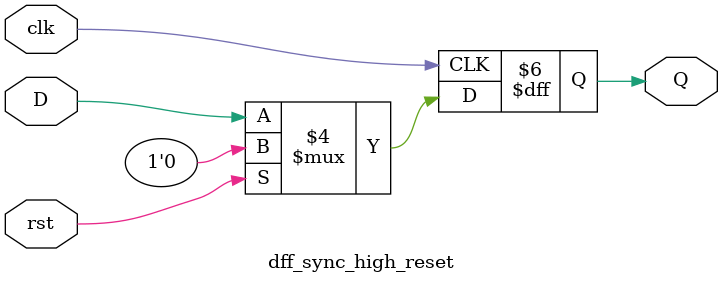
<source format=v>
module dff_sync_high_reset (
  clk,
  rst,
  D,
  Q);
  
  parameter DATA_WIDTH = 1;
  
  input                   clk;
  input                   rst;
  input  [DATA_WIDTH-1:0] D;
  output [DATA_WIDTH-1:0] Q;
  
  wire                    clk;
  wire                    rst;
  wire   [DATA_WIDTH-1:0] D;
  reg    [DATA_WIDTH-1:0] Q;
  
  always@(posedge clk)
  begin
    if(rst==1'b1) // active high reset 
      begin
        Q <= 0;
      end
    else
      begin
        Q <= D;
      end
  end
endmodule

</source>
